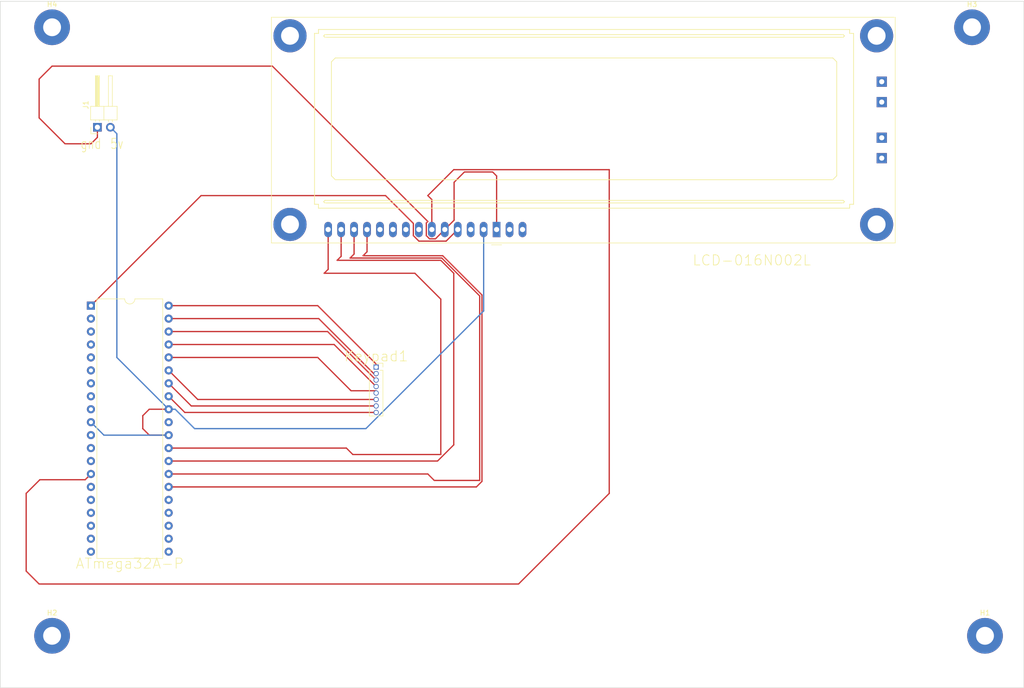
<source format=kicad_pcb>
(kicad_pcb (version 20211014) (generator pcbnew)
  (layers (0 "F.Cu" signal) (31 "B.Cu" signal) (34 "B.Paste" user) (35 "F.Paste" user) (36 "B.SilkS" user "B.Silkscreen") (37 "F.SilkS" user "F.Silkscreen") (38 "B.Mask" user) (39 "F.Mask" user) (44 "Edge.Cuts" user))
  (net 0 "")
  (net 1 "Net-(U2-Pad1)")
  (net 2 "Net-(U1-Pad30)")
  (net 3 "Net-(Keypad1-Pad1)")
  (net 4 "Net-(Keypad1-Pad2)")
  (net 5 "Net-(Keypad1-Pad3)")
  (net 6 "Net-(Keypad1-Pad4)")
  (net 7 "Net-(Keypad1-Pad5)")
  (net 8 "Net-(Keypad1-Pad6)")
  (net 17 "Net-(U1-Pad11)")
  (net 31 "Net-(U1-Pad26)")
  (net 32 "Net-(U1-Pad27)")
  (net 33 "Net-(U1-Pad28)")
  (net 34 "Net-(U1-Pad29)")
  (net 46 "Net-(U1-Pad14)")
  (net 47 "Net-(U1-Pad1)")
  (net 48 "Net-(Keypad1-Pad7)")
  (net 49 "Net-(Keypad1-Pad8)")
  (footprint "Package_DIP:DIP-40_W15.24mm" (layer "F.Cu") (at 38.095 82.555)
    (fp_text reference "U1")
    (fp_text value "ATmega32A-P" (at 7.62 50.59) (layer "F.SilkS") (effects (font (size 2 2))))
    (fp_line (start 14.08 49.59) (end 14.08 -1.33) (layer "F.SilkS") (width 0.12))
    (fp_line (start 14.08 -1.33) (end 8.62 -1.33) (layer "F.SilkS") (width 0.12))
    (fp_line (start 1.16 49.59) (end 14.08 49.59) (layer "F.SilkS") (width 0.12))
    (fp_line (start 6.62 -1.33) (end 1.16 -1.33) (layer "F.SilkS") (width 0.12))
    (fp_line (start 1.16 -1.33) (end 1.16 49.59) (layer "F.SilkS") (width 0.12))
    (fp_arc (start 8.62 -1.33) (mid 7.62 -0.33) (end 6.62 -1.33) (layer "F.SilkS") (width 0.12))
    (pad "1" thru_hole rect (at 0 0) (size 1.6 1.6) (drill 0.8) (layers *.Cu *.Mask) (net 47 "Net-(U1-Pad1)"))
    (pad "2" thru_hole oval (at 0 2.54) (size 1.6 1.6) (drill 0.8) (layers *.Cu *.Mask))
    (pad "3" thru_hole oval (at 0 5.08) (size 1.6 1.6) (drill 0.8) (layers *.Cu *.Mask))
    (pad "4" thru_hole oval (at 0 7.62) (size 1.6 1.6) (drill 0.8) (layers *.Cu *.Mask))
    (pad "5" thru_hole oval (at 0 10.16) (size 1.6 1.6) (drill 0.8) (layers *.Cu *.Mask))
    (pad "6" thru_hole oval (at 0 12.7) (size 1.6 1.6) (drill 0.8) (layers *.Cu *.Mask))
    (pad "7" thru_hole oval (at 0 15.24) (size 1.6 1.6) (drill 0.8) (layers *.Cu *.Mask))
    (pad "8" thru_hole oval (at 0 17.78) (size 1.6 1.6) (drill 0.8) (layers *.Cu *.Mask))
    (pad "9" thru_hole oval (at 0 20.32) (size 1.6 1.6) (drill 0.8) (layers *.Cu *.Mask))
    (pad "10" thru_hole oval (at 0 22.86) (size 1.6 1.6) (drill 0.8) (layers *.Cu *.Mask) (net 2 "Net-(U1-Pad30)"))
    (pad "11" thru_hole oval (at 0 25.4) (size 1.6 1.6) (drill 0.8) (layers *.Cu *.Mask) (net 17 "Net-(U1-Pad11)"))
    (pad "12" thru_hole oval (at 0 27.94) (size 1.6 1.6) (drill 0.8) (layers *.Cu *.Mask))
    (pad "13" thru_hole oval (at 0 30.48) (size 1.6 1.6) (drill 0.8) (layers *.Cu *.Mask))
    (pad "14" thru_hole oval (at 0 33.02) (size 1.6 1.6) (drill 0.8) (layers *.Cu *.Mask) (net 46 "Net-(U1-Pad14)"))
    (pad "15" thru_hole oval (at 0 35.56) (size 1.6 1.6) (drill 0.8) (layers *.Cu *.Mask))
    (pad "16" thru_hole oval (at 0 38.1) (size 1.6 1.6) (drill 0.8) (layers *.Cu *.Mask))
    (pad "17" thru_hole oval (at 0 40.64) (size 1.6 1.6) (drill 0.8) (layers *.Cu *.Mask))
    (pad "18" thru_hole oval (at 0 43.18) (size 1.6 1.6) (drill 0.8) (layers *.Cu *.Mask))
    (pad "19" thru_hole oval (at 0 45.72) (size 1.6 1.6) (drill 0.8) (layers *.Cu *.Mask))
    (pad "20" thru_hole oval (at 0 48.26) (size 1.6 1.6) (drill 0.8) (layers *.Cu *.Mask))
    (pad "21" thru_hole oval (at 15.24 48.26) (size 1.6 1.6) (drill 0.8) (layers *.Cu *.Mask))
    (pad "22" thru_hole oval (at 15.24 45.72) (size 1.6 1.6) (drill 0.8) (layers *.Cu *.Mask))
    (pad "23" thru_hole oval (at 15.24 43.18) (size 1.6 1.6) (drill 0.8) (layers *.Cu *.Mask))
    (pad "24" thru_hole oval (at 15.24 40.64) (size 1.6 1.6) (drill 0.8) (layers *.Cu *.Mask))
    (pad "25" thru_hole oval (at 15.24 38.1) (size 1.6 1.6) (drill 0.8) (layers *.Cu *.Mask))
    (pad "26" thru_hole oval (at 15.24 35.56) (size 1.6 1.6) (drill 0.8) (layers *.Cu *.Mask) (net 31 "Net-(U1-Pad26)"))
    (pad "27" thru_hole oval (at 15.24 33.02) (size 1.6 1.6) (drill 0.8) (layers *.Cu *.Mask) (net 32 "Net-(U1-Pad27)"))
    (pad "28" thru_hole oval (at 15.24 30.48) (size 1.6 1.6) (drill 0.8) (layers *.Cu *.Mask) (net 33 "Net-(U1-Pad28)"))
    (pad "29" thru_hole oval (at 15.24 27.94) (size 1.6 1.6) (drill 0.8) (layers *.Cu *.Mask) (net 34 "Net-(U1-Pad29)"))
    (pad "30" thru_hole oval (at 15.24 25.4) (size 1.6 1.6) (drill 0.8) (layers *.Cu *.Mask) (net 2 "Net-(U1-Pad30)"))
    (pad "31" thru_hole oval (at 15.24 22.86) (size 1.6 1.6) (drill 0.8) (layers *.Cu *.Mask) (net 17 "Net-(U1-Pad11)"))
    (pad "32" thru_hole oval (at 15.24 20.32) (size 1.6 1.6) (drill 0.8) (layers *.Cu *.Mask) (net 2 "Net-(U1-Pad30)"))
    (pad "33" thru_hole oval (at 15.24 17.78) (size 1.6 1.6) (drill 0.8) (layers *.Cu *.Mask) (net 49 "Net-(Keypad1-Pad8)"))
    (pad "34" thru_hole oval (at 15.24 15.24) (size 1.6 1.6) (drill 0.8) (layers *.Cu *.Mask) (net 48 "Net-(Keypad1-Pad7)"))
    (pad "35" thru_hole oval (at 15.24 12.7) (size 1.6 1.6) (drill 0.8) (layers *.Cu *.Mask) (net 8 "Net-(Keypad1-Pad6)"))
    (pad "36" thru_hole oval (at 15.24 10.16) (size 1.6 1.6) (drill 0.8) (layers *.Cu *.Mask) (net 7 "Net-(Keypad1-Pad5)"))
    (pad "37" thru_hole oval (at 15.24 7.62) (size 1.6 1.6) (drill 0.8) (layers *.Cu *.Mask) (net 6 "Net-(Keypad1-Pad4)"))
    (pad "38" thru_hole oval (at 15.24 5.08) (size 1.6 1.6) (drill 0.8) (layers *.Cu *.Mask) (net 5 "Net-(Keypad1-Pad3)"))
    (pad "39" thru_hole oval (at 15.24 2.54) (size 1.6 1.6) (drill 0.8) (layers *.Cu *.Mask) (net 4 "Net-(Keypad1-Pad2)"))
    (pad "40" thru_hole oval (at 15.24 0) (size 1.6 1.6) (drill 0.8) (layers *.Cu *.Mask) (net 3 "Net-(Keypad1-Pad1)"))
  )
  (footprint "Connector_PinSocket_1.27mm:PinSocket_1x08_P1.27mm_Vertical" (layer "F.Cu") (at 94.005 94.61)
    (fp_text reference "Keypad1" (at 0 -2.135) (layer "F.SilkS") (effects (font (size 2 2))))
    (fp_text value "Conn_01x08_Female")
    (fp_line (start 1.33 -0.76) (end 1.33 0) (layer "F.SilkS") (width 0.12))
    (fp_line (start 0 -0.76) (end 1.33 -0.76) (layer "F.SilkS") (width 0.12))
    (fp_line (start -1.33 0.635) (end -0.76 0.635) (layer "F.SilkS") (width 0.12))
    (fp_line (start 0.30753 9.585) (end 1.33 9.585) (layer "F.SilkS") (width 0.12))
    (fp_line (start -1.33 0.635) (end -1.33 9.585) (layer "F.SilkS") (width 0.12))
    (fp_line (start 1.33 0.635) (end 1.33 9.585) (layer "F.SilkS") (width 0.12))
    (fp_line (start -1.33 9.585) (end -0.30753 9.585) (layer "F.SilkS") (width 0.12))
    (fp_line (start 0.76 0.635) (end 1.33 0.635) (layer "F.SilkS") (width 0.12))
    (pad "1" thru_hole rect (at 0 0) (size 1 1) (drill 0.7) (layers *.Cu *.Mask) (net 3 "Net-(Keypad1-Pad1)"))
    (pad "2" thru_hole oval (at 0 1.27) (size 1 1) (drill 0.7) (layers *.Cu *.Mask) (net 4 "Net-(Keypad1-Pad2)"))
    (pad "3" thru_hole oval (at 0 2.54) (size 1 1) (drill 0.7) (layers *.Cu *.Mask) (net 5 "Net-(Keypad1-Pad3)"))
    (pad "4" thru_hole oval (at 0 3.81) (size 1 1) (drill 0.7) (layers *.Cu *.Mask) (net 6 "Net-(Keypad1-Pad4)"))
    (pad "5" thru_hole oval (at 0 5.08) (size 1 1) (drill 0.7) (layers *.Cu *.Mask) (net 7 "Net-(Keypad1-Pad5)"))
    (pad "6" thru_hole oval (at 0 6.35) (size 1 1) (drill 0.7) (layers *.Cu *.Mask) (net 8 "Net-(Keypad1-Pad6)"))
    (pad "7" thru_hole oval (at 0 7.62) (size 1 1) (drill 0.7) (layers *.Cu *.Mask) (net 48 "Net-(Keypad1-Pad7)"))
    (pad "8" thru_hole oval (at 0 8.89) (size 1 1) (drill 0.7) (layers *.Cu *.Mask) (net 49 "Net-(Keypad1-Pad8)"))
  )
  (footprint "MountingHole:MountingHole_3.5mm_Pad" (layer "F.Cu") (at 30.48 147.32)
    (fp_text reference "H2" (at 0 -4.5) (layer "F.SilkS"))
    (fp_text value "MountingHole")
    (pad "1" thru_hole circle (at 0 0) (size 7 7) (drill 3.5) (layers *.Cu *.Mask))
  )
  (footprint "MountingHole:MountingHole_3.5mm_Pad" (layer "F.Cu") (at 213.36 147.32)
    (fp_text reference "H1" (at 0 -4.5) (layer "F.SilkS"))
    (fp_text value "MountingHole")
    (pad "1" thru_hole circle (at 0 0) (size 7 7) (drill 3.5) (layers *.Cu *.Mask))
  )
  (footprint "Display:LCD-016N002L" (layer "F.Cu") (at 117.62 67.6175 180)
    (fp_text reference "U2")
    (fp_text value "LCD-016N002L" (at -50.02 -6.0425) (layer "F.SilkS") (effects (font (size 2 2))))
    (fp_line (start 34.925 4.953) (end 35.687 4.953) (layer "F.SilkS") (width 0.15))
    (fp_line (start 44.14 -2.64) (end 44.14 41.64) (layer "F.SilkS") (width 0.12))
    (fp_line (start 34.925 38.481) (end 34.925 39.243) (layer "F.SilkS") (width 0.15))
    (fp_line (start -68.199 37.973) (end -67.945 38.227) (layer "F.SilkS") (width 0.15))
    (fp_line (start -78.14 -2.64) (end -78.14 41.64) (layer "F.SilkS") (width 0.12))
    (fp_line (start -69.215 4.191) (end -69.215 4.953) (layer "F.SilkS") (width 0.15))
    (fp_line (start -66.675 10.541) (end -65.913 9.779) (layer "F.SilkS") (width 0.15))
    (fp_line (start 33.655 5.207) (end 33.909 5.461) (layer "F.SilkS") (width 0.15))
    (fp_line (start 32.385 32.893) (end 31.623 33.655) (layer "F.SilkS") (width 0.15))
    (fp_line (start 31.623 33.655) (end -65.913 33.655) (layer "F.SilkS") (width 0.15))
    (fp_line (start -67.945 37.719) (end -68.199 37.973) (layer "F.SilkS") (width 0.15))
    (fp_line (start -67.945 5.715) (end 33.655 5.715) (layer "F.SilkS") (width 0.15))
    (fp_line (start -1 -3) (end 1 -3) (layer "F.SilkS") (width 0.12))
    (fp_line (start 33.655 38.227) (end 33.909 37.973) (layer "F.SilkS") (width 0.15))
    (fp_line (start -67.945 38.227) (end 33.655 38.227) (layer "F.SilkS") (width 0.15))
    (fp_line (start 35.687 38.481) (end 35.687 4.953) (layer "F.SilkS") (width 0.15))
    (fp_line (start -66.675 32.893) (end -66.675 10.541) (layer "F.SilkS") (width 0.15))
    (fp_line (start -67.945 5.207) (end -68.199 5.461) (layer "F.SilkS") (width 0.15))
    (fp_line (start 34.925 4.191) (end 34.925 4.953) (layer "F.SilkS") (width 0.15))
    (fp_line (start -68.199 5.461) (end -67.945 5.715) (layer "F.SilkS") (width 0.15))
    (fp_line (start -69.215 38.481) (end -69.977 38.481) (layer "F.SilkS") (width 0.15))
    (fp_line (start -65.913 33.655) (end -66.675 32.893) (layer "F.SilkS") (width 0.15))
    (fp_line (start 35.687 38.481) (end 34.925 38.481) (layer "F.SilkS") (width 0.15))
    (fp_line (start -69.977 4.953) (end -69.977 38.481) (layer "F.SilkS") (width 0.15))
    (fp_line (start 33.655 37.719) (end -67.945 37.719) (layer "F.SilkS") (width 0.15))
    (fp_line (start -78.14 41.64) (end 44.14 41.64) (layer "F.SilkS") (width 0.12))
    (fp_line (start 31.623 9.779) (end 32.385 10.541) (layer "F.SilkS") (width 0.15))
    (fp_line (start -69.215 4.953) (end -69.977 4.953) (layer "F.SilkS") (width 0.15))
    (fp_line (start 33.655 5.207) (end -67.945 5.207) (layer "F.SilkS") (width 0.15))
    (fp_line (start 32.385 10.541) (end 32.385 32.893) (layer "F.SilkS") (width 0.15))
    (fp_line (start 34.925 4.191) (end -69.215 4.191) (layer "F.SilkS") (width 0.15))
    (fp_line (start -65.913 9.779) (end 31.623 9.779) (layer "F.SilkS") (width 0.15))
    (fp_line (start 33.909 37.973) (end 33.655 37.719) (layer "F.SilkS") (width 0.15))
    (fp_line (start 33.909 5.461) (end 33.655 5.715) (layer "F.SilkS") (width 0.15))
    (fp_line (start 44.14 -2.64) (end -78.14 -2.64) (layer "F.SilkS") (width 0.12))
    (fp_line (start -69.215 39.243) (end 34.925 39.243) (layer "F.SilkS") (width 0.15))
    (fp_line (start -69.215 39.243) (end -69.215 38.481) (layer "F.SilkS") (width 0.15))
    (pad "" thru_hole circle (at -74.5 1) (size 6.5 6.5) (drill 3.5) (layers *.Cu *.Mask))
    (pad "" thru_hole circle (at 40.5 38) (size 6.5 6.5) (drill 3.5) (layers *.Cu *.Mask))
    (pad "" thru_hole circle (at 40.5 1) (size 6.5 6.5) (drill 3.5) (layers *.Cu *.Mask))
    (pad "" thru_hole circle (at -74.5 38) (size 6.5 6.5) (drill 3.5) (layers *.Cu *.Mask))
    (pad "1" thru_hole rect (at 0 0) (size 1.5 3) (drill 1) (layers *.Cu *.Mask) (net 1 "Net-(U2-Pad1)"))
    (pad "2" thru_hole oval (at 2.54 0) (size 1.5 3) (drill 1) (layers *.Cu *.Mask) (net 2 "Net-(U1-Pad30)"))
    (pad "3" thru_hole oval (at 5.08 0) (size 1.5 3) (drill 1) (layers *.Cu *.Mask))
    (pad "4" thru_hole oval (at 7.62 0) (size 1.5 3) (drill 1) (layers *.Cu *.Mask) (net 47 "Net-(U1-Pad1)"))
    (pad "5" thru_hole oval (at 10.16 0) (size 1.5 3) (drill 1) (layers *.Cu *.Mask) (net 1 "Net-(U2-Pad1)"))
    (pad "6" thru_hole oval (at 12.7 0) (size 1.5 3) (drill 1) (layers *.Cu *.Mask) (net 46 "Net-(U1-Pad14)"))
    (pad "7" thru_hole oval (at 15.24 0) (size 1.5 3) (drill 1) (layers *.Cu *.Mask))
    (pad "8" thru_hole oval (at 17.78 0) (size 1.5 3) (drill 1) (layers *.Cu *.Mask))
    (pad "9" thru_hole oval (at 20.32 0) (size 1.5 3) (drill 1) (layers *.Cu *.Mask))
    (pad "10" thru_hole oval (at 22.86 0) (size 1.5 3) (drill 1) (layers *.Cu *.Mask))
    (pad "11" thru_hole oval (at 25.4 0) (size 1.5 3) (drill 1) (layers *.Cu *.Mask) (net 31 "Net-(U1-Pad26)"))
    (pad "12" thru_hole oval (at 27.94 0) (size 1.5 3) (drill 1) (layers *.Cu *.Mask) (net 32 "Net-(U1-Pad27)"))
    (pad "13" thru_hole oval (at 30.48 0) (size 1.5 3) (drill 1) (layers *.Cu *.Mask) (net 33 "Net-(U1-Pad28)"))
    (pad "14" thru_hole oval (at 33.02 0) (size 1.5 3) (drill 1) (layers *.Cu *.Mask) (net 34 "Net-(U1-Pad29)"))
    (pad "15" thru_hole oval (at -2.54 0) (size 1.5 3) (drill 1) (layers *.Cu *.Mask))
    (pad "16" thru_hole oval (at -5.08 0) (size 1.5 3) (drill 1) (layers *.Cu *.Mask))
    (pad "A1" thru_hole rect (at -75.5 14) (size 2 2) (drill 1) (layers *.Cu *.Mask))
    (pad "A2" thru_hole rect (at -75.5 25) (size 2 2) (drill 1) (layers *.Cu *.Mask))
    (pad "K1" thru_hole rect (at -75.5 18) (size 2 2) (drill 1) (layers *.Cu *.Mask))
    (pad "K2" thru_hole rect (at -75.5 29) (size 2 2) (drill 1) (layers *.Cu *.Mask))
  )
  (footprint "MountingHole:MountingHole_3.5mm_Pad" (layer "F.Cu") (at 210.82 27.94)
    (fp_text reference "H3" (at 0 -4.5) (layer "F.SilkS"))
    (fp_text value "MountingHole")
    (pad "1" thru_hole circle (at 0 0) (size 7 7) (drill 3.5) (layers *.Cu *.Mask))
  )
  (footprint "Connector_PinHeader_2.54mm:PinHeader_1x02_P2.54mm_Horizontal" (layer "F.Cu") (at 39.365 47.555 90)
    (fp_text reference "J1" (at 4.385 -2.27 90) (layer "F.SilkS"))
    (fp_text value "Conn_01x02")
    (fp_line (start 1.44 -1.33) (end 1.44 3.87) (layer "F.SilkS") (width 0.12))
    (fp_line (start 1.11 0.38) (end 1.44 0.38) (layer "F.SilkS") (width 0.12))
    (fp_line (start 1.44 1.27) (end 4.1 1.27) (layer "F.SilkS") (width 0.12))
    (fp_line (start 4.1 -0.32) (end 10.1 -0.32) (layer "F.SilkS") (width 0.12))
    (fp_line (start -1.27 -1.27) (end 0 -1.27) (layer "F.SilkS") (width 0.12))
    (fp_line (start 1.042929 2.16) (end 1.44 2.16) (layer "F.SilkS") (width 0.12))
    (fp_line (start 4.1 -0.2) (end 10.1 -0.2) (layer "F.SilkS") (width 0.12))
    (fp_line (start 1.042929 2.92) (end 1.44 2.92) (layer "F.SilkS") (width 0.12))
    (fp_line (start 4.1 2.16) (end 10.1 2.16) (layer "F.SilkS") (width 0.12))
    (fp_line (start 10.1 0.38) (end 4.1 0.38) (layer "F.SilkS") (width 0.12))
    (fp_line (start 4.1 -1.33) (end 1.44 -1.33) (layer "F.SilkS") (width 0.12))
    (fp_line (start 4.1 -0.08) (end 10.1 -0.08) (layer "F.SilkS") (width 0.12))
    (fp_line (start 4.1 3.87) (end 4.1 -1.33) (layer "F.SilkS") (width 0.12))
    (fp_line (start 1.44 3.87) (end 4.1 3.87) (layer "F.SilkS") (width 0.12))
    (fp_line (start 10.1 2.16) (end 10.1 2.92) (layer "F.SilkS") (width 0.12))
    (fp_line (start 4.1 -0.38) (end 10.1 -0.38) (layer "F.SilkS") (width 0.12))
    (fp_line (start 4.1 0.04) (end 10.1 0.04) (layer "F.SilkS") (width 0.12))
    (fp_line (start 10.1 -0.38) (end 10.1 0.38) (layer "F.SilkS") (width 0.12))
    (fp_line (start 4.1 0.28) (end 10.1 0.28) (layer "F.SilkS") (width 0.12))
    (fp_line (start -1.27 0) (end -1.27 -1.27) (layer "F.SilkS") (width 0.12))
    (fp_line (start 10.1 2.92) (end 4.1 2.92) (layer "F.SilkS") (width 0.12))
    (fp_line (start 4.1 0.16) (end 10.1 0.16) (layer "F.SilkS") (width 0.12))
    (fp_line (start 1.11 -0.38) (end 1.44 -0.38) (layer "F.SilkS") (width 0.12))
    (pad "1" thru_hole rect (at 0 0 90) (size 1.7 1.7) (drill 1) (layers *.Cu *.Mask) (net 1 "Net-(U2-Pad1)"))
    (pad "2" thru_hole oval (at 0 2.54 90) (size 1.7 1.7) (drill 1) (layers *.Cu *.Mask) (net 2 "Net-(U1-Pad30)"))
  )
  (footprint "MountingHole:MountingHole_3.5mm_Pad" (layer "F.Cu") (at 30.48 27.94)
    (fp_text reference "H4" (at 0 -4.5) (layer "F.SilkS"))
    (fp_text value "MountingHole")
    (pad "1" thru_hole circle (at 0 0) (size 7 7) (drill 3.5) (layers *.Cu *.Mask))
  )
  (gr_poly (pts (xy 220.98 157.48) (xy 20.32 157.48) (xy 20.32 22.86) (xy 220.98 22.86)) (layer "Edge.Cuts") (width 0.1) (fill none))
  (gr_text "gnd" (at 38.1 50.8) (layer "F.SilkS") (effects (font (size 2 1.5))))
  (gr_text "5v" (at 43.18 50.8) (layer "F.SilkS") (effects (font (size 2 1.5))))
  (segment (start 103.84548 68.81258) (end 104.47492 69.44202) (width 0.25) (layer "F.Cu") (net 1))
  (segment (start 107.46 67.6175) (end 109.28452 65.79298) (width 0.25) (layer "F.Cu") (net 1))
  (segment (start 117.62 57.10952) (end 117.62 67.6175) (width 0.25) (layer "F.Cu") (net 1))
  (segment (start 27.94 38.1) (end 30.48 35.56) (width 0.25) (layer "F.Cu") (net 1))
  (segment (start 116.84 56.32952) (end 117.62 57.10952) (width 0.25) (layer "F.Cu") (net 1))
  (segment (start 39.365 47.555) (end 39.365 49.535) (width 0.25) (layer "F.Cu") (net 1))
  (segment (start 105.63548 69.44202) (end 107.46 67.6175) (width 0.25) (layer "F.Cu") (net 1))
  (segment (start 39.365 49.535) (end 38.1 50.8) (width 0.25) (layer "F.Cu") (net 1))
  (segment (start 104.47492 69.44202) (end 105.63548 69.44202) (width 0.25) (layer "F.Cu") (net 1))
  (segment (start 104.14 66.04) (end 103.84548 66.33452) (width 0.25) (layer "F.Cu") (net 1))
  (segment (start 109.28452 65.79298) (end 109.28452 58.35548) (width 0.25) (layer "F.Cu") (net 1))
  (segment (start 73.66 35.56) (end 104.14 66.04) (width 0.25) (layer "F.Cu") (net 1))
  (segment (start 111.31048 56.32952) (end 116.84 56.32952) (width 0.25) (layer "F.Cu") (net 1))
  (segment (start 109.28452 58.35548) (end 111.31048 56.32952) (width 0.25) (layer "F.Cu") (net 1))
  (segment (start 33.02 50.8) (end 27.94 45.72) (width 0.25) (layer "F.Cu") (net 1))
  (segment (start 30.48 35.56) (end 73.66 35.56) (width 0.25) (layer "F.Cu") (net 1))
  (segment (start 27.94 45.72) (end 27.94 38.1) (width 0.25) (layer "F.Cu") (net 1))
  (segment (start 38.1 50.8) (end 33.02 50.8) (width 0.25) (layer "F.Cu") (net 1))
  (segment (start 103.84548 66.33452) (end 103.84548 68.81258) (width 0.25) (layer "F.Cu") (net 1))
  (segment (start 48.26 106.68) (end 49.535 107.955) (width 0.25) (layer "F.Cu") (net 2))
  (segment (start 49.525 102.875) (end 48.26 104.14) (width 0.25) (layer "F.Cu") (net 2))
  (segment (start 53.335 102.875) (end 49.525 102.875) (width 0.25) (layer "F.Cu") (net 2))
  (segment (start 49.535 107.955) (end 53.335 107.955) (width 0.25) (layer "F.Cu") (net 2))
  (segment (start 48.26 104.14) (end 48.26 106.68) (width 0.25) (layer "F.Cu") (net 2))
  (segment (start 43.18 92.72) (end 53.335 102.875) (width 0.25) (layer "B.Cu") (net 2))
  (segment (start 53.335 102.875) (end 54.615 102.875) (width 0.25) (layer "B.Cu") (net 2))
  (segment (start 54.615 102.875) (end 58.42 106.68) (width 0.25) (layer "B.Cu") (net 2))
  (segment (start 91.991036 106.68) (end 115.08 83.591036) (width 0.25) (layer "B.Cu") (net 2))
  (segment (start 43.18 48.83) (end 43.18 92.72) (width 0.25) (layer "B.Cu") (net 2))
  (segment (start 41.905 47.555) (end 43.18 48.83) (width 0.25) (layer "B.Cu") (net 2))
  (segment (start 40.635 107.955) (end 38.095 105.415) (width 0.25) (layer "B.Cu") (net 2))
  (segment (start 53.335 107.955) (end 40.635 107.955) (width 0.25) (layer "B.Cu") (net 2))
  (segment (start 115.08 83.591036) (end 115.08 67.6175) (width 0.25) (layer "B.Cu") (net 2))
  (segment (start 58.42 106.68) (end 91.991036 106.68) (width 0.25) (layer "B.Cu") (net 2))
  (segment (start 53.335 82.555) (end 82.555 82.555) (width 0.25) (layer "F.Cu") (net 3))
  (segment (start 82.555 82.555) (end 93.98 93.98) (width 0.25) (layer "F.Cu") (net 3))
  (segment (start 53.335 85.095) (end 82.749511 85.095) (width 0.25) (layer "F.Cu") (net 4))
  (segment (start 82.749511 85.095) (end 93.98 96.325489) (width 0.25) (layer "F.Cu") (net 4))
  (segment (start 84.49 87.635) (end 94.005 97.15) (width 0.25) (layer "F.Cu") (net 5))
  (segment (start 53.335 87.635) (end 84.49 87.635) (width 0.25) (layer "F.Cu") (net 5))
  (segment (start 53.335 90.175) (end 85.76 90.175) (width 0.25) (layer "F.Cu") (net 6))
  (segment (start 85.76 90.175) (end 94.005 98.42) (width 0.25) (layer "F.Cu") (net 6))
  (segment (start 89.084511 99.244511) (end 93.98 99.244511) (width 0.25) (layer "F.Cu") (net 7))
  (segment (start 88.9 99.06) (end 89.084511 99.244511) (width 0.25) (layer "F.Cu") (net 7))
  (segment (start 53.335 92.715) (end 82.555 92.715) (width 0.25) (layer "F.Cu") (net 7))
  (segment (start 82.555 92.715) (end 88.9 99.06) (width 0.25) (layer "F.Cu") (net 7))
  (segment (start 53.335 95.255) (end 59.04 100.96) (width 0.25) (layer "F.Cu") (net 8))
  (segment (start 59.04 100.96) (end 94.005 100.96) (width 0.25) (layer "F.Cu") (net 8))
  (segment (start 113.660717 118.115) (end 114.74952 117.026197) (width 0.25) (layer "F.Cu") (net 31))
  (segment (start 114.74952 117.026197) (end 114.74952 80.458086) (width 0.25) (layer "F.Cu") (net 31))
  (segment (start 53.335 118.115) (end 113.660717 118.115) (width 0.25) (layer "F.Cu") (net 31))
  (segment (start 92.22 71.98096) (end 92.22 67.6175) (width 0.25) (layer "F.Cu") (net 31))
  (segment (start 107.052394 72.76096) (end 91.44 72.76096) (width 0.25) (layer "F.Cu") (net 31))
  (segment (start 91.44 72.76096) (end 92.22 71.98096) (width 0.25) (layer "F.Cu") (net 31))
  (segment (start 114.74952 80.458086) (end 107.052394 72.76096) (width 0.25) (layer "F.Cu") (net 31))
  (segment (start 114.3 116.84) (end 114.3 80.644283) (width 0.25) (layer "F.Cu") (net 32))
  (segment (start 105.401434 116.84) (end 114.3 116.84) (width 0.25) (layer "F.Cu") (net 32))
  (segment (start 53.335 115.575) (end 104.136434 115.575) (width 0.25) (layer "F.Cu") (net 32))
  (segment (start 104.136434 115.575) (end 105.401434 116.84) (width 0.25) (layer "F.Cu") (net 32))
  (segment (start 88.9 73.21048) (end 89.68 72.43048) (width 0.25) (layer "F.Cu") (net 32))
  (segment (start 89.68 72.43048) (end 89.68 67.6175) (width 0.25) (layer "F.Cu") (net 32))
  (segment (start 106.866197 73.21048) (end 88.9 73.21048) (width 0.25) (layer "F.Cu") (net 32))
  (segment (start 114.3 80.644283) (end 106.866197 73.21048) (width 0.25) (layer "F.Cu") (net 32))
  (segment (start 106.68 73.66) (end 86.36 73.66) (width 0.25) (layer "F.Cu") (net 33))
  (segment (start 53.335 113.035) (end 106.040717 113.035) (width 0.25) (layer "F.Cu") (net 33))
  (segment (start 109.22 76.2) (end 106.68 73.66) (width 0.25) (layer "F.Cu") (net 33))
  (segment (start 86.36 73.66) (end 87.14 72.88) (width 0.25) (layer "F.Cu") (net 33))
  (segment (start 109.22 109.855717) (end 109.22 76.2) (width 0.25) (layer "F.Cu") (net 33))
  (segment (start 106.040717 113.035) (end 109.22 109.855717) (width 0.25) (layer "F.Cu") (net 33))
  (segment (start 87.14 72.88) (end 87.14 67.6175) (width 0.25) (layer "F.Cu") (net 33))
  (segment (start 89.441036 111.76) (end 106.68 111.76) (width 0.25) (layer "F.Cu") (net 34))
  (segment (start 53.335 110.495) (end 88.176036 110.495) (width 0.25) (layer "F.Cu") (net 34))
  (segment (start 106.68 111.76) (end 106.68 81.28) (width 0.25) (layer "F.Cu") (net 34))
  (segment (start 106.68 81.28) (end 101.6 76.2) (width 0.25) (layer "F.Cu") (net 34))
  (segment (start 88.176036 110.495) (end 89.441036 111.76) (width 0.25) (layer "F.Cu") (net 34))
  (segment (start 83.82 76.2) (end 84.6 75.42) (width 0.25) (layer "F.Cu") (net 34))
  (segment (start 84.6 75.42) (end 84.6 67.6175) (width 0.25) (layer "F.Cu") (net 34))
  (segment (start 101.6 76.2) (end 83.82 76.2) (width 0.25) (layer "F.Cu") (net 34))
  (segment (start 104.14 60.96) (end 104.92 61.74) (width 0.25) (layer "F.Cu") (net 46))
  (segment (start 121.92 137.16) (end 139.7 119.38) (width 0.25) (layer "F.Cu") (net 46))
  (segment (start 36.970489 116.699511) (end 28.080489 116.699511) (width 0.25) (layer "F.Cu") (net 46))
  (segment (start 109.22 55.88) (end 104.14 60.96) (width 0.25) (layer "F.Cu") (net 46))
  (segment (start 139.7 55.88) (end 109.22 55.88) (width 0.25) (layer "F.Cu") (net 46))
  (segment (start 38.095 115.575) (end 36.970489 116.699511) (width 0.25) (layer "F.Cu") (net 46))
  (segment (start 139.7 119.38) (end 139.7 55.88) (width 0.25) (layer "F.Cu") (net 46))
  (segment (start 104.92 61.74) (end 104.92 67.6175) (width 0.25) (layer "F.Cu") (net 46))
  (segment (start 25.4 119.38) (end 25.4 134.62) (width 0.25) (layer "F.Cu") (net 46))
  (segment (start 27.94 137.16) (end 121.92 137.16) (width 0.25) (layer "F.Cu") (net 46))
  (segment (start 25.4 134.62) (end 27.94 137.16) (width 0.25) (layer "F.Cu") (net 46))
  (segment (start 28.080489 116.699511) (end 25.4 119.38) (width 0.25) (layer "F.Cu") (net 46))
  (segment (start 95.84306 60.96) (end 101.30548 66.42242) (width 0.25) (layer "F.Cu") (net 47))
  (segment (start 102.38444 69.89154) (end 107.72596 69.89154) (width 0.25) (layer "F.Cu") (net 47))
  (segment (start 107.72596 69.89154) (end 110 67.6175) (width 0.25) (layer "F.Cu") (net 47))
  (segment (start 38.095 82.555) (end 59.69 60.96) (width 0.25) (layer "F.Cu") (net 47))
  (segment (start 101.30548 66.42242) (end 101.30548 68.81258) (width 0.25) (layer "F.Cu") (net 47))
  (segment (start 101.30548 68.81258) (end 102.38444 69.89154) (width 0.25) (layer "F.Cu") (net 47))
  (segment (start 59.69 60.96) (end 95.84306 60.96) (width 0.25) (layer "F.Cu") (net 47))
  (segment (start 57.77 102.23) (end 94.005 102.23) (width 0.25) (layer "F.Cu") (net 48))
  (segment (start 53.335 97.795) (end 57.77 102.23) (width 0.25) (layer "F.Cu") (net 48))
  (segment (start 56.5 103.5) (end 94.005 103.5) (width 0.25) (layer "F.Cu") (net 49))
  (segment (start 53.335 100.335) (end 56.5 103.5) (width 0.25) (layer "F.Cu") (net 49))
)
</source>
